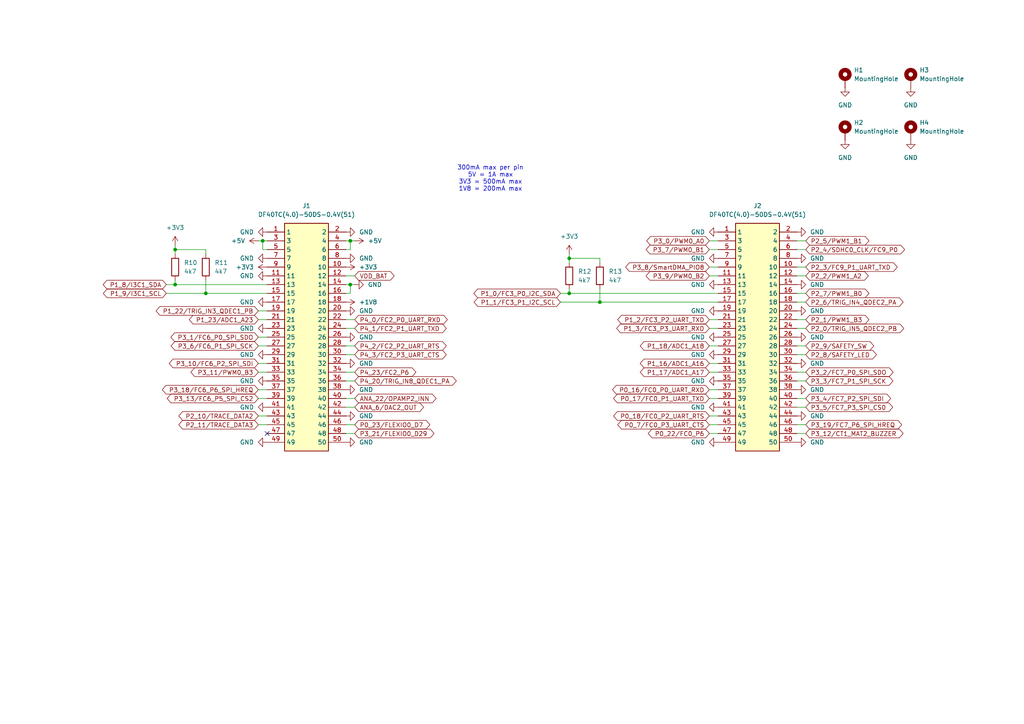
<source format=kicad_sch>
(kicad_sch (version 20250114) (generator "eeschema") (generator_version "9.0")
  (paper "A4")
  (title_block (title "MR-MCXN-T1-IO") (date "2025-10-13") (rev "X0") (company "NXP SEMICONDUCTORS B.V.") (comment 3 "DESIGNER: YOURI TILS") (comment 4 "CTO SYSTEM INNOVATIONS / MOBILE ROBOTICS DOMAIN"))
  (lib_symbols
    (symbol "Connectors:DF40TC(4.0)-50DS-0.4V(51)"
      (property "Reference" "J" (at 1.016 7.874 0))
      (property "Value" "DF40TC(4.0)-50DS-0.4V(51)" (at 1.016 5.334 0))
      (symbol "DF40TC(4.0)-50DS-0.4V(51)_1_1"
        (rectangle (start 5.08 2.54) (end 17.78 -63.5) (stroke (width 0.254)) (fill (type background)))
        (pin passive line (at 0 0 0) (length 5.08) (name "1") (number "1"))
        (pin passive line (at 0 -2.54 0) (length 5.08) (name "3") (number "3"))
        (pin passive line (at 0 -5.08 0) (length 5.08) (name "5") (number "5"))
        (pin passive line (at 0 -7.62 0) (length 5.08) (name "7") (number "7"))
        (pin passive line (at 0 -10.16 0) (length 5.08) (name "9") (number "9"))
        (pin passive line (at 0 -12.7 0) (length 5.08) (name "11") (number "11"))
        (pin passive line (at 0 -15.24 0) (length 5.08) (name "13") (number "13"))
        (pin passive line (at 0 -17.78 0) (length 5.08) (name "15") (number "15"))
        (pin passive line (at 0 -20.32 0) (length 5.08) (name "17") (number "17"))
        (pin passive line (at 0 -22.86 0) (length 5.08) (name "19") (number "19"))
        (pin passive line (at 0 -25.4 0) (length 5.08) (name "21") (number "21"))
        (pin passive line (at 0 -27.94 0) (length 5.08) (name "23") (number "23"))
        (pin passive line (at 0 -30.48 0) (length 5.08) (name "25") (number "25"))
        (pin passive line (at 0 -33.02 0) (length 5.08) (name "27") (number "27"))
        (pin passive line (at 0 -35.56 0) (length 5.08) (name "29") (number "29"))
        (pin passive line (at 0 -38.1 0) (length 5.08) (name "31") (number "31"))
        (pin passive line (at 0 -40.64 0) (length 5.08) (name "33") (number "33"))
        (pin passive line (at 0 -43.18 0) (length 5.08) (name "35") (number "35"))
        (pin passive line (at 0 -45.72 0) (length 5.08) (name "37") (number "37"))
        (pin passive line (at 0 -48.26 0) (length 5.08) (name "39") (number "39"))
        (pin passive line (at 0 -50.8 0) (length 5.08) (name "41") (number "41"))
        (pin passive line (at 0 -53.34 0) (length 5.08) (name "43") (number "43"))
        (pin passive line (at 0 -55.88 0) (length 5.08) (name "45") (number "45"))
        (pin passive line (at 0 -58.42 0) (length 5.08) (name "47") (number "47"))
        (pin passive line (at 0 -60.96 0) (length 5.08) (name "49") (number "49"))
        (pin passive line (at 22.86 0 180) (length 5.08) (name "2") (number "2"))
        (pin passive line (at 22.86 -2.54 180) (length 5.08) (name "4") (number "4"))
        (pin passive line (at 22.86 -5.08 180) (length 5.08) (name "6") (number "6"))
        (pin passive line (at 22.86 -7.62 180) (length 5.08) (name "8") (number "8"))
        (pin passive line (at 22.86 -10.16 180) (length 5.08) (name "10") (number "10"))
        (pin passive line (at 22.86 -12.7 180) (length 5.08) (name "12") (number "12"))
        (pin passive line (at 22.86 -15.24 180) (length 5.08) (name "14") (number "14"))
        (pin passive line (at 22.86 -17.78 180) (length 5.08) (name "16") (number "16"))
        (pin passive line (at 22.86 -20.32 180) (length 5.08) (name "18") (number "18"))
        (pin passive line (at 22.86 -22.86 180) (length 5.08) (name "20") (number "20"))
        (pin passive line (at 22.86 -25.4 180) (length 5.08) (name "22") (number "22"))
        (pin passive line (at 22.86 -27.94 180) (length 5.08) (name "24") (number "24"))
        (pin passive line (at 22.86 -30.48 180) (length 5.08) (name "26") (number "26"))
        (pin passive line (at 22.86 -33.02 180) (length 5.08) (name "28") (number "28"))
        (pin passive line (at 22.86 -35.56 180) (length 5.08) (name "30") (number "30"))
        (pin passive line (at 22.86 -38.1 180) (length 5.08) (name "32") (number "32"))
        (pin passive line (at 22.86 -40.64 180) (length 5.08) (name "34") (number "34"))
        (pin passive line (at 22.86 -43.18 180) (length 5.08) (name "36") (number "36"))
        (pin passive line (at 22.86 -45.72 180) (length 5.08) (name "38") (number "38"))
        (pin passive line (at 22.86 -48.26 180) (length 5.08) (name "40") (number "40"))
        (pin passive line (at 22.86 -50.8 180) (length 5.08) (name "42") (number "42"))
        (pin passive line (at 22.86 -53.34 180) (length 5.08) (name "44") (number "44"))
        (pin passive line (at 22.86 -55.88 180) (length 5.08) (name "46") (number "46"))
        (pin passive line (at 22.86 -58.42 180) (length 5.08) (name "48") (number "48"))
        (pin passive line (at 22.86 -60.96 180) (length 5.08) (name "50") (number "50"))
      )
    )
    (symbol "Device:R" (pin_numbers (hide yes)) (pin_names (offset 0))
      (property "Reference" "R" (at 2.032 0 90))
      (property "Value" "R" (at 0 0 90))
      (symbol "R_0_1"
        (rectangle (start -1.016 -2.54) (end 1.016 2.54) (stroke (width 0.254)))
      )
      (symbol "R_1_1"
        (pin passive line (at 0 3.81 270) (length 1.27) (name "~") (number "1"))
        (pin passive line (at 0 -3.81 90) (length 1.27) (name "~") (number "2"))
      )
    )
    (symbol "Mechanical:MountingHole_Pad" (pin_numbers (hide yes)) (pin_names (offset 1.016) (hide yes)) (exclude_from_sim yes) (in_bom no)
      (property "Reference" "H" (at 0 6.35 0))
      (property "Value" "MountingHole_Pad" (at 0 4.445 0))
      (symbol "MountingHole_Pad_0_1"
        (circle (center 0 1.27) (radius 1.27) (stroke (width 1.27)))
      )
      (symbol "MountingHole_Pad_1_1"
        (pin input line (at 0 -2.54 90) (length 2.54) (name "1") (number "1"))
      )
    )
    (symbol "power:+1V8" (power) (pin_numbers (hide yes)) (pin_names (offset 0) (hide yes))
      (property "Value" "+1V8" (at 0 3.556 0))
      (symbol "+1V8_0_1"
        (polyline (pts (xy -0.762 1.27) (xy 0 2.54)))
        (polyline (pts (xy 0 2.54) (xy 0.762 1.27)))
        (polyline (pts (xy 0 0) (xy 0 2.54)))
      )
      (symbol "+1V8_1_1"
        (pin power_in line (at 0 0 90) (length 0) (name "~") (number "1"))
      )
    )
    (symbol "power:+3V3" (power) (pin_numbers (hide yes)) (pin_names (offset 0) (hide yes))
      (property "Value" "+3V3" (at 0 3.556 0))
      (symbol "+3V3_0_1"
        (polyline (pts (xy -0.762 1.27) (xy 0 2.54)))
        (polyline (pts (xy 0 2.54) (xy 0.762 1.27)))
        (polyline (pts (xy 0 0) (xy 0 2.54)))
      )
      (symbol "+3V3_1_1"
        (pin power_in line (at 0 0 90) (length 0) (name "~") (number "1"))
      )
    )
    (symbol "power:+5V" (power) (pin_numbers (hide yes)) (pin_names (offset 0) (hide yes))
      (property "Value" "+5V" (at 0 3.556 0))
      (symbol "+5V_0_1"
        (polyline (pts (xy -0.762 1.27) (xy 0 2.54)))
        (polyline (pts (xy 0 2.54) (xy 0.762 1.27)))
        (polyline (pts (xy 0 0) (xy 0 2.54)))
      )
      (symbol "+5V_1_1"
        (pin power_in line (at 0 0 90) (length 0) (name "~") (number "1"))
      )
    )
    (symbol "power:GND" (power) (pin_numbers (hide yes)) (pin_names (offset 0) (hide yes))
      (property "Value" "GND" (at 0 -3.81 0))
      (symbol "GND_0_1"
        (polyline (pts (xy 0 0) (xy 0 -1.27) (xy 1.27 -1.27) (xy 0 -2.54) (xy -1.27 -1.27) (xy 0 -1.27)))
      )
      (symbol "GND_1_1"
        (pin power_in line (at 0 0 270) (length 0) (name "~") (number "1"))
      )
    )
  )
  (text "300mA max per pin\n5V = 1A max\n3V3 = 500mA max\n1V8 = 200mA max" (at 142.24 51.816 0) (effects (font (size 1.27 1.27))))
  (junction (at 101.6 82.55))
  (junction (at 165.1 74.93))
  (junction (at 59.69 85.09))
  (junction (at 101.6 69.85))
  (junction (at 165.1 85.09))
  (junction (at 173.99 87.63))
  (junction (at 50.8 82.55))
  (junction (at 50.8 72.39))
  (junction (at 76.2 69.85))
  (no_connect (at 77.47 125.73))
  (wire (pts (xy 74.93 123.19) (xy 77.47 123.19)))
  (wire (pts (xy 208.28 115.57) (xy 205.74 115.57)))
  (wire (pts (xy 233.68 92.71) (xy 231.14 92.71)))
  (wire (pts (xy 208.28 113.03) (xy 205.74 113.03)))
  (wire (pts (xy 59.69 72.39) (xy 59.69 73.66)))
  (wire (pts (xy 76.2 69.85) (xy 74.93 69.85)))
  (wire (pts (xy 101.6 82.55) (xy 100.33 82.55)))
  (wire (pts (xy 77.47 97.79) (xy 74.93 97.79)))
  (wire (pts (xy 233.68 110.49) (xy 231.14 110.49)))
  (wire (pts (xy 165.1 83.82) (xy 165.1 85.09)))
  (wire (pts (xy 102.87 100.33) (xy 100.33 100.33)))
  (wire (pts (xy 102.87 123.19) (xy 100.33 123.19)))
  (wire (pts (xy 208.28 85.09) (xy 165.1 85.09)))
  (wire (pts (xy 233.68 87.63) (xy 231.14 87.63)))
  (wire (pts (xy 208.28 120.65) (xy 205.74 120.65)))
  (wire (pts (xy 208.28 72.39) (xy 205.74 72.39)))
  (wire (pts (xy 233.68 72.39) (xy 231.14 72.39)))
  (wire (pts (xy 165.1 74.93) (xy 165.1 76.2)))
  (wire (pts (xy 59.69 81.28) (xy 59.69 85.09)))
  (wire (pts (xy 233.68 69.85) (xy 231.14 69.85)))
  (wire (pts (xy 77.47 100.33) (xy 74.93 100.33)))
  (wire (pts (xy 77.47 90.17) (xy 74.93 90.17)))
  (wire (pts (xy 102.87 125.73) (xy 100.33 125.73)))
  (wire (pts (xy 50.8 82.55) (xy 48.26 82.55)))
  (wire (pts (xy 208.28 69.85) (xy 205.74 69.85)))
  (wire (pts (xy 173.99 83.82) (xy 173.99 87.63)))
  (wire (pts (xy 173.99 74.93) (xy 173.99 76.2)))
  (wire (pts (xy 233.68 102.87) (xy 231.14 102.87)))
  (wire (pts (xy 208.28 123.19) (xy 205.74 123.19)))
  (wire (pts (xy 165.1 73.66) (xy 165.1 74.93)))
  (wire (pts (xy 101.6 85.09) (xy 100.33 85.09)))
  (wire (pts (xy 77.47 107.95) (xy 74.93 107.95)))
  (wire (pts (xy 77.47 115.57) (xy 74.93 115.57)))
  (wire (pts (xy 102.87 82.55) (xy 101.6 82.55)))
  (wire (pts (xy 50.8 81.28) (xy 50.8 82.55)))
  (wire (pts (xy 208.28 100.33) (xy 205.74 100.33)))
  (wire (pts (xy 208.28 125.73) (xy 205.74 125.73)))
  (wire (pts (xy 77.47 105.41) (xy 74.93 105.41)))
  (wire (pts (xy 101.6 69.85) (xy 100.33 69.85)))
  (wire (pts (xy 77.47 72.39) (xy 76.2 72.39)))
  (wire (pts (xy 77.47 85.09) (xy 59.69 85.09)))
  (wire (pts (xy 233.68 107.95) (xy 231.14 107.95)))
  (wire (pts (xy 233.68 125.73) (xy 231.14 125.73)))
  (wire (pts (xy 74.93 120.65) (xy 77.47 120.65)))
  (wire (pts (xy 102.87 92.71) (xy 100.33 92.71)))
  (wire (pts (xy 76.2 72.39) (xy 76.2 69.85)))
  (wire (pts (xy 233.68 100.33) (xy 231.14 100.33)))
  (wire (pts (xy 50.8 72.39) (xy 50.8 73.66)))
  (wire (pts (xy 102.87 102.87) (xy 100.33 102.87)))
  (wire (pts (xy 101.6 69.85) (xy 101.6 72.39)))
  (wire (pts (xy 102.87 69.85) (xy 101.6 69.85)))
  (wire (pts (xy 77.47 82.55) (xy 50.8 82.55)))
  (wire (pts (xy 165.1 74.93) (xy 173.99 74.93)))
  (wire (pts (xy 77.47 69.85) (xy 76.2 69.85)))
  (wire (pts (xy 208.28 92.71) (xy 205.74 92.71)))
  (wire (pts (xy 208.28 77.47) (xy 205.74 77.47)))
  (wire (pts (xy 101.6 82.55) (xy 101.6 85.09)))
  (wire (pts (xy 50.8 71.12) (xy 50.8 72.39)))
  (wire (pts (xy 233.68 80.01) (xy 231.14 80.01)))
  (wire (pts (xy 77.47 92.71) (xy 74.93 92.71)))
  (wire (pts (xy 102.87 110.49) (xy 100.33 110.49)))
  (wire (pts (xy 233.68 118.11) (xy 231.14 118.11)))
  (wire (pts (xy 208.28 95.25) (xy 205.74 95.25)))
  (wire (pts (xy 208.28 80.01) (xy 205.74 80.01)))
  (wire (pts (xy 208.28 107.95) (xy 205.74 107.95)))
  (wire (pts (xy 233.68 77.47) (xy 231.14 77.47)))
  (wire (pts (xy 102.87 95.25) (xy 100.33 95.25)))
  (wire (pts (xy 233.68 85.09) (xy 231.14 85.09)))
  (wire (pts (xy 208.28 87.63) (xy 173.99 87.63)))
  (wire (pts (xy 165.1 85.09) (xy 162.56 85.09)))
  (wire (pts (xy 77.47 113.03) (xy 74.93 113.03)))
  (wire (pts (xy 101.6 72.39) (xy 100.33 72.39)))
  (wire (pts (xy 233.68 95.25) (xy 231.14 95.25)))
  (wire (pts (xy 100.33 80.01) (xy 102.87 80.01)))
  (wire (pts (xy 59.69 85.09) (xy 48.26 85.09)))
  (wire (pts (xy 102.87 107.95) (xy 100.33 107.95)))
  (wire (pts (xy 173.99 87.63) (xy 162.56 87.63)))
  (wire (pts (xy 100.33 115.57) (xy 102.87 115.57)))
  (wire (pts (xy 50.8 72.39) (xy 59.69 72.39)))
  (wire (pts (xy 233.68 123.19) (xy 231.14 123.19)))
  (wire (pts (xy 208.28 105.41) (xy 205.74 105.41)))
  (wire (pts (xy 233.68 115.57) (xy 231.14 115.57)))
  (wire (pts (xy 102.87 118.11) (xy 100.33 118.11)))
  (global_label "P3_10{slash}FC6_P2_SPI_SDI" (shape bidirectional) (at 74.93 105.41 180) (property "Intersheetrefs" "${INTERSHEET_REFS}" (at 48.5179 105.41 0) (effects (justify right))))
  (global_label "P2_10{slash}TRACE_DATA2" (shape bidirectional) (at 74.93 120.65 180) (property "Intersheetrefs" "${INTERSHEET_REFS}" (at 51.2998 120.65 0) (effects (justify right))))
  (global_label "P3_8{slash}SmartDMA_PIO8" (shape bidirectional) (at 205.74 77.47 180) (property "Intersheetrefs" "${INTERSHEET_REFS}" (at 180.9003 77.47 0) (effects (justify right))))
  (global_label "P2_5{slash}PWM1_B1" (shape bidirectional) (at 233.68 69.85 0) (property "Intersheetrefs" "${INTERSHEET_REFS}" (at 252.593 69.85 0) (effects (justify left))))
  (global_label "P3_2{slash}FC7_P0_SPI_SDO" (shape bidirectional) (at 233.68 107.95 0) (property "Intersheetrefs" "${INTERSHEET_REFS}" (at 259.6083 107.95 0) (effects (justify left))))
  (global_label "P1_3{slash}FC3_P3_UART_RXD" (shape bidirectional) (at 205.74 95.25 180) (property "Intersheetrefs" "${INTERSHEET_REFS}" (at 178.2998 95.25 0) (effects (justify right))))
  (global_label "P3_6{slash}FC6_P1_SPI_SCK" (shape bidirectional) (at 74.93 100.33 180) (property "Intersheetrefs" "${INTERSHEET_REFS}" (at 49.0622 100.33 0) (effects (justify right))))
  (global_label "P3_9{slash}PWM0_B2" (shape bidirectional) (at 205.74 80.01 180) (property "Intersheetrefs" "${INTERSHEET_REFS}" (at 186.827 80.01 0) (effects (justify right))))
  (global_label "P4_23{slash}FC2_P6" (shape bidirectional) (at 102.87 107.95 0) (property "Intersheetrefs" "${INTERSHEET_REFS}" (at 121.1783 107.95 0) (effects (justify left))))
  (global_label "P2_2{slash}PWM1_A2" (shape bidirectional) (at 233.68 80.01 0) (property "Intersheetrefs" "${INTERSHEET_REFS}" (at 252.4116 80.01 0) (effects (justify left))))
  (global_label "P3_0{slash}PWM0_A0" (shape bidirectional) (at 205.74 69.85 180) (property "Intersheetrefs" "${INTERSHEET_REFS}" (at 187.0084 69.85 0) (effects (justify right))))
  (global_label "P3_1{slash}FC6_P0_SPI_SDO" (shape bidirectional) (at 74.93 97.79 180) (property "Intersheetrefs" "${INTERSHEET_REFS}" (at 49.0017 97.79 0) (effects (justify right))))
  (global_label "P3_13{slash}FC6_P5_SPI_CS2" (shape bidirectional) (at 74.93 115.57 180) (property "Intersheetrefs" "${INTERSHEET_REFS}" (at 47.9132 115.57 0) (effects (justify right))))
  (global_label "P3_12{slash}CT1_MAT2_BUZZER" (shape bidirectional) (at 233.68 125.73 0) (property "Intersheetrefs" "${INTERSHEET_REFS}" (at 262.511 125.73 0) (effects (justify left))))
  (global_label "P1_9{slash}I3C1_SCL" (shape bidirectional) (at 48.26 85.09 180) (property "Intersheetrefs" "${INTERSHEET_REFS}" (at 29.4074 85.09 0) (effects (justify right))))
  (global_label "P3_7{slash}PWM0_B1" (shape bidirectional) (at 205.74 72.39 180) (property "Intersheetrefs" "${INTERSHEET_REFS}" (at 186.827 72.39 0) (effects (justify right))))
  (global_label "P3_21{slash}FLEXIO0_D29" (shape bidirectional) (at 102.87 125.73 0) (property "Intersheetrefs" "${INTERSHEET_REFS}" (at 126.4397 125.73 0) (effects (justify left))))
  (global_label "P4_2{slash}FC2_P2_UART_RTS" (shape bidirectional) (at 102.87 100.33 0) (property "Intersheetrefs" "${INTERSHEET_REFS}" (at 130.0078 100.33 0) (effects (justify left))))
  (global_label "P4_3{slash}FC2_P3_UART_CTS" (shape bidirectional) (at 102.87 102.87 0) (property "Intersheetrefs" "${INTERSHEET_REFS}" (at 130.0078 102.87 0) (effects (justify left))))
  (global_label "P1_1{slash}FC3_P1_I2C_SCL" (shape bidirectional) (at 162.56 87.63 180) (property "Intersheetrefs" "${INTERSHEET_REFS}" (at 136.9341 87.63 0) (effects (justify right))))
  (global_label "P2_7{slash}PWM1_B0" (shape bidirectional) (at 233.68 85.09 0) (property "Intersheetrefs" "${INTERSHEET_REFS}" (at 252.593 85.09 0) (effects (justify left))))
  (global_label "P2_11{slash}TRACE_DATA3" (shape bidirectional) (at 74.93 123.19 180) (property "Intersheetrefs" "${INTERSHEET_REFS}" (at 51.2998 123.19 0) (effects (justify right))))
  (global_label "P1_2{slash}FC3_P2_UART_TXD" (shape bidirectional) (at 205.74 92.71 180) (property "Intersheetrefs" "${INTERSHEET_REFS}" (at 178.6022 92.71 0) (effects (justify right))))
  (global_label "VDD_BAT" (shape bidirectional) (at 102.87 80.01 0) (property "Intersheetrefs" "${INTERSHEET_REFS}" (at 114.8889 80.01 0) (effects (justify left))))
  (global_label "P4_0{slash}FC2_P0_UART_RXD" (shape bidirectional) (at 102.87 92.71 0) (property "Intersheetrefs" "${INTERSHEET_REFS}" (at 130.3102 92.71 0) (effects (justify left))))
  (global_label "P2_9{slash}SAFETY_SW" (shape bidirectional) (at 233.68 100.33 0) (property "Intersheetrefs" "${INTERSHEET_REFS}" (at 253.984 100.33 0) (effects (justify left))))
  (global_label "P2_6{slash}TRIG_IN4_QDEC2_PA" (shape bidirectional) (at 233.68 87.63 0) (property "Intersheetrefs" "${INTERSHEET_REFS}" (at 262.5112 87.63 0) (effects (justify left))))
  (global_label "P4_1{slash}FC2_P1_UART_TXD" (shape bidirectional) (at 102.87 95.25 0) (property "Intersheetrefs" "${INTERSHEET_REFS}" (at 130.0078 95.25 0) (effects (justify left))))
  (global_label "P3_3{slash}FC7_P1_SPI_SCK" (shape bidirectional) (at 233.68 110.49 0) (property "Intersheetrefs" "${INTERSHEET_REFS}" (at 259.5478 110.49 0) (effects (justify left))))
  (global_label "P1_22{slash}TRIG_IN3_QDEC1_PB" (shape bidirectional) (at 74.93 90.17 180) (property "Intersheetrefs" "${INTERSHEET_REFS}" (at 44.7079 90.17 0) (effects (justify right))))
  (global_label "P3_5{slash}FC7_P3_SPI_CS0" (shape bidirectional) (at 233.68 118.11 0) (property "Intersheetrefs" "${INTERSHEET_REFS}" (at 259.4873 118.11 0) (effects (justify left))))
  (global_label "P2_1{slash}PWM1_B3" (shape bidirectional) (at 233.68 92.71 0) (property "Intersheetrefs" "${INTERSHEET_REFS}" (at 252.593 92.71 0) (effects (justify left))))
  (global_label "P0_17{slash}FC0_P1_UART_TXD" (shape bidirectional) (at 205.74 115.57 180) (property "Intersheetrefs" "${INTERSHEET_REFS}" (at 177.3927 115.57 0) (effects (justify right))))
  (global_label "P0_16{slash}FC0_P0_UART_RXD" (shape bidirectional) (at 205.74 113.03 180) (property "Intersheetrefs" "${INTERSHEET_REFS}" (at 177.0903 113.03 0) (effects (justify right))))
  (global_label "P2_3{slash}FC9_P1_UART_TXD" (shape bidirectional) (at 233.68 77.47 0) (property "Intersheetrefs" "${INTERSHEET_REFS}" (at 260.8178 77.47 0) (effects (justify left))))
  (global_label "P0_7{slash}FC0_P3_UART_CTS" (shape bidirectional) (at 205.74 123.19 180) (property "Intersheetrefs" "${INTERSHEET_REFS}" (at 178.6022 123.19 0) (effects (justify right))))
  (global_label "P1_23{slash}ADC1_A23" (shape bidirectional) (at 74.93 92.71 180) (property "Intersheetrefs" "${INTERSHEET_REFS}" (at 54.3236 92.71 0) (effects (justify right))))
  (global_label "P1_0{slash}FC3_P0_I2C_SDA" (shape bidirectional) (at 162.56 85.09 180) (property "Intersheetrefs" "${INTERSHEET_REFS}" (at 136.8736 85.09 0) (effects (justify right))))
  (global_label "P3_18{slash}FC6_P6_SPI_HREQ" (shape bidirectional) (at 74.93 113.03 180) (property "Intersheetrefs" "${INTERSHEET_REFS}" (at 46.5222 113.03 0) (effects (justify right))))
  (global_label "P3_11{slash}PWM0_B3" (shape bidirectional) (at 74.93 107.95 180) (property "Intersheetrefs" "${INTERSHEET_REFS}" (at 54.8075 107.95 0) (effects (justify right))))
  (global_label "ANA_6{slash}DAC2_OUT" (shape bidirectional) (at 102.87 118.11 0) (property "Intersheetrefs" "${INTERSHEET_REFS}" (at 123.4161 118.11 0) (effects (justify left))))
  (global_label "P3_19{slash}FC7_P6_SPI_HREQ" (shape bidirectional) (at 233.68 123.19 0) (property "Intersheetrefs" "${INTERSHEET_REFS}" (at 262.0878 123.19 0) (effects (justify left))))
  (global_label "P0_18{slash}FC0_P2_UART_RTS" (shape bidirectional) (at 205.74 120.65 180) (property "Intersheetrefs" "${INTERSHEET_REFS}" (at 177.3927 120.65 0) (effects (justify right))))
  (global_label "P1_8{slash}I3C1_SDA" (shape bidirectional) (at 48.26 82.55 180) (property "Intersheetrefs" "${INTERSHEET_REFS}" (at 29.3469 82.55 0) (effects (justify right))))
  (global_label "P0_22{slash}FC0_P6" (shape bidirectional) (at 205.74 125.73 180) (property "Intersheetrefs" "${INTERSHEET_REFS}" (at 187.4317 125.73 0) (effects (justify right))))
  (global_label "P3_4{slash}FC7_P2_SPI_SDI" (shape bidirectional) (at 233.68 115.57 0) (property "Intersheetrefs" "${INTERSHEET_REFS}" (at 258.8826 115.57 0) (effects (justify left))))
  (global_label "P0_23{slash}FLEXIO0_D7" (shape bidirectional) (at 102.87 123.19 0) (property "Intersheetrefs" "${INTERSHEET_REFS}" (at 125.2302 123.19 0) (effects (justify left))))
  (global_label "P1_17{slash}ADC1_A17" (shape bidirectional) (at 205.74 107.95 180) (property "Intersheetrefs" "${INTERSHEET_REFS}" (at 185.1336 107.95 0) (effects (justify right))))
  (global_label "P1_18{slash}ADC1_A18" (shape bidirectional) (at 205.74 100.33 180) (property "Intersheetrefs" "${INTERSHEET_REFS}" (at 185.1336 100.33 0) (effects (justify right))))
  (global_label "P2_8{slash}SAFETY_LED" (shape bidirectional) (at 233.68 102.87 0) (property "Intersheetrefs" "${INTERSHEET_REFS}" (at 254.7702 102.87 0) (effects (justify left))))
  (global_label "P2_0{slash}TRIG_IN5_QDEC2_PB" (shape bidirectional) (at 233.68 95.25 0) (property "Intersheetrefs" "${INTERSHEET_REFS}" (at 262.6926 95.25 0) (effects (justify left))))
  (global_label "P4_20{slash}TRIG_IN8_QDEC1_PA" (shape bidirectional) (at 102.87 110.49 0) (property "Intersheetrefs" "${INTERSHEET_REFS}" (at 132.9107 110.49 0) (effects (justify left))))
  (global_label "P1_16{slash}ADC1_A16" (shape bidirectional) (at 205.74 105.41 180) (property "Intersheetrefs" "${INTERSHEET_REFS}" (at 185.1336 105.41 0) (effects (justify right))))
  (global_label "ANA_22{slash}OPAMP2_INN" (shape bidirectional) (at 102.87 115.57 0) (property "Intersheetrefs" "${INTERSHEET_REFS}" (at 127.0447 115.57 0) (effects (justify left))))
  (global_label "P2_4{slash}SDHC0_CLK{slash}FC9_P0" (shape bidirectional) (at 233.68 72.39 0) (property "Intersheetrefs" "${INTERSHEET_REFS}" (at 262.9345 72.39 0) (effects (justify left))))
  (symbol (lib_id "power:GND") (at 100.33 128.27 90) (mirror x) (unit 1)
    (property "Reference" "#PWR4" (effects (hide yes)))
    (property "Value" "GND" (at 104.14 128.2699 90) (effects (justify right)))
    (property "Description" "Power symbol creates a global label with name \"GND\" , ground" (effects (hide yes)))
  )
  (symbol (lib_id "power:GND") (at 231.14 67.31 90) (mirror x) (unit 1)
    (property "Reference" "#PWR24" (effects (hide yes)))
    (property "Value" "GND" (at 234.95 67.3099 90) (effects (justify right)))
    (property "Description" "Power symbol creates a global label with name \"GND\" , ground" (effects (hide yes)))
  )
  (symbol (lib_id "power:GND") (at 100.33 120.65 90) (mirror x) (unit 1)
    (property "Reference" "#PWR12" (effects (hide yes)))
    (property "Value" "GND" (at 104.14 120.6499 90) (effects (justify right)))
    (property "Description" "Power symbol creates a global label with name \"GND\" , ground" (effects (hide yes)))
  )
  (symbol (lib_id "power:+1V8") (at 100.33 87.63 270) (mirror x) (unit 1)
    (property "Reference" "#PWR7" (effects (hide yes)))
    (property "Value" "+1V8" (at 104.14 87.6299 90) (effects (justify left)))
    (property "Description" "Power symbol creates a global label with name \"+1V8\"" (effects (hide yes)))
  )
  (symbol (lib_id "Mechanical:MountingHole_Pad") (at 264.16 22.86 0) (unit 1) (exclude_from_sim yes) (in_bom no)
    (property "Reference" "H3" (at 266.7 20.3199 0) (effects (justify left)))
    (property "Value" "MountingHole" (at 266.7 22.8599 0) (effects (justify left)))
    (property "Footprint" "MountingHole:MountingHole_3.2mm_M3_DIN965_Pad" (effects (hide yes)))
    (property "Description" "Mounting Hole with connection" (effects (hide yes)))
  )
  (symbol (lib_id "power:GND") (at 77.47 102.87 270) (mirror x) (unit 1)
    (property "Reference" "#PWR18" (effects (hide yes)))
    (property "Value" "GND" (at 73.66 102.8699 90) (effects (justify right)))
    (property "Description" "Power symbol creates a global label with name \"GND\" , ground" (effects (hide yes)))
  )
  (symbol (lib_id "power:GND") (at 208.28 67.31 270) (mirror x) (unit 1)
    (property "Reference" "#PWR40" (effects (hide yes)))
    (property "Value" "GND" (at 204.47 67.3099 90) (effects (justify right)))
    (property "Description" "Power symbol creates a global label with name \"GND\" , ground" (effects (hide yes)))
  )
  (symbol (lib_id "Mechanical:MountingHole_Pad") (at 245.11 22.86 0) (unit 1) (exclude_from_sim yes) (in_bom no)
    (property "Reference" "H1" (at 247.65 20.3199 0) (effects (justify left)))
    (property "Value" "MountingHole" (at 247.65 22.8599 0) (effects (justify left)))
    (property "Footprint" "MountingHole:MountingHole_3.2mm_M3_DIN965_Pad" (effects (hide yes)))
    (property "Description" "Mounting Hole with connection" (effects (hide yes)))
  )
  (symbol (lib_id "power:GND") (at 102.87 82.55 90) (mirror x) (unit 1)
    (property "Reference" "#PWR3" (effects (hide yes)))
    (property "Value" "GND" (at 106.68 82.5499 90) (effects (justify right)))
    (property "Description" "Power symbol creates a global label with name \"GND\" , ground" (effects (hide yes)))
  )
  (symbol (lib_id "power:GND") (at 77.47 118.11 270) (mirror x) (unit 1)
    (property "Reference" "#PWR20" (effects (hide yes)))
    (property "Value" "GND" (at 73.66 118.1099 90) (effects (justify right)))
    (property "Description" "Power symbol creates a global label with name \"GND\" , ground" (effects (hide yes)))
  )
  (symbol (lib_id "power:GND") (at 264.16 40.64 0) (unit 1)
    (property "Reference" "#PWR45" (effects (hide yes)))
    (property "Value" "GND" (at 264.16 45.72 0))
    (property "Description" "Power symbol creates a global label with name \"GND\" , ground" (effects (hide yes)))
  )
  (symbol (lib_id "power:GND") (at 245.11 40.64 0) (unit 1)
    (property "Reference" "#PWR43" (effects (hide yes)))
    (property "Value" "GND" (at 245.11 45.72 0))
    (property "Description" "Power symbol creates a global label with name \"GND\" , ground" (effects (hide yes)))
  )
  (symbol (lib_id "power:GND") (at 231.14 74.93 90) (mirror x) (unit 1)
    (property "Reference" "#PWR26" (effects (hide yes)))
    (property "Value" "GND" (at 234.95 74.9299 90) (effects (justify right)))
    (property "Description" "Power symbol creates a global label with name \"GND\" , ground" (effects (hide yes)))
  )
  (symbol (lib_id "power:GND") (at 100.33 105.41 90) (mirror x) (unit 1)
    (property "Reference" "#PWR10" (effects (hide yes)))
    (property "Value" "GND" (at 104.14 105.4099 90) (effects (justify right)))
    (property "Description" "Power symbol creates a global label with name \"GND\" , ground" (effects (hide yes)))
  )
  (symbol (lib_id "power:GND") (at 100.33 67.31 90) (mirror x) (unit 1)
    (property "Reference" "#PWR1" (effects (hide yes)))
    (property "Value" "GND" (at 104.14 67.3099 90) (effects (justify right)))
    (property "Description" "Power symbol creates a global label with name \"GND\" , ground" (effects (hide yes)))
  )
  (symbol (lib_id "power:GND") (at 231.14 105.41 90) (mirror x) (unit 1)
    (property "Reference" "#PWR30" (effects (hide yes)))
    (property "Value" "GND" (at 234.95 105.4099 90) (effects (justify right)))
    (property "Description" "Power symbol creates a global label with name \"GND\" , ground" (effects (hide yes)))
  )
  (symbol (lib_id "power:+5V") (at 74.93 69.85 90) (mirror x) (unit 1)
    (property "Reference" "#PWR22" (effects (hide yes)))
    (property "Value" "+5V" (at 71.12 69.8499 90) (effects (justify left)))
    (property "Description" "Power symbol creates a global label with name \"+5V\"" (effects (hide yes)))
  )
  (symbol (lib_id "power:GND") (at 208.28 118.11 270) (mirror x) (unit 1)
    (property "Reference" "#PWR39" (effects (hide yes)))
    (property "Value" "GND" (at 204.47 118.1099 90) (effects (justify right)))
    (property "Description" "Power symbol creates a global label with name \"GND\" , ground" (effects (hide yes)))
  )
  (symbol (lib_id "power:+3V3") (at 100.33 77.47 270) (mirror x) (unit 1)
    (property "Reference" "#PWR6" (effects (hide yes)))
    (property "Value" "+3V3" (at 104.14 77.4699 90) (effects (justify left)))
    (property "Description" "Power symbol creates a global label with name \"+3V3\"" (effects (hide yes)))
  )
  (symbol (lib_id "Device:R") (at 50.8 77.47 0) (unit 1)
    (property "Reference" "R10" (at 53.34 76.1999 0) (effects (justify left)))
    (property "Value" "4k7" (at 53.34 78.7399 0) (effects (justify left)))
    (property "Footprint" "Resistor_SMD:R_0603_1608Metric" (effects (hide yes)))
    (property "Description" "Resistor" (effects (hide yes)))
    (property "DigiKey" "311-4.70KHRCT-ND" (effects (hide yes)))
    (property "MF" "YAGEO" (effects (hide yes)))
    (property "MFPN" "RC0603FR-074K7L" (effects (hide yes)))
  )
  (symbol (lib_id "power:GND") (at 77.47 67.31 270) (mirror x) (unit 1)
    (property "Reference" "#PWR21" (effects (hide yes)))
    (property "Value" "GND" (at 73.66 67.3099 90) (effects (justify right)))
    (property "Description" "Power symbol creates a global label with name \"GND\" , ground" (effects (hide yes)))
  )
  (symbol (lib_id "Device:R") (at 173.99 80.01 0) (unit 1)
    (property "Reference" "R13" (at 176.53 78.7399 0) (effects (justify left)))
    (property "Value" "4k7" (at 176.53 81.2799 0) (effects (justify left)))
    (property "Footprint" "Resistor_SMD:R_0603_1608Metric" (effects (hide yes)))
    (property "Description" "Resistor" (effects (hide yes)))
    (property "DigiKey" "311-4.70KHRCT-ND" (effects (hide yes)))
    (property "MF" "YAGEO" (effects (hide yes)))
    (property "MFPN" "RC0603FR-074K7L" (effects (hide yes)))
  )
  (symbol (lib_id "power:GND") (at 208.28 90.17 270) (mirror x) (unit 1)
    (property "Reference" "#PWR35" (effects (hide yes)))
    (property "Value" "GND" (at 204.47 90.1699 90) (effects (justify right)))
    (property "Description" "Power symbol creates a global label with name \"GND\" , ground" (effects (hide yes)))
  )
  (symbol (lib_id "power:GND") (at 231.14 97.79 90) (mirror x) (unit 1)
    (property "Reference" "#PWR29" (effects (hide yes)))
    (property "Value" "GND" (at 234.95 97.7899 90) (effects (justify right)))
    (property "Description" "Power symbol creates a global label with name \"GND\" , ground" (effects (hide yes)))
  )
  (symbol (lib_id "power:GND") (at 245.11 25.4 0) (unit 1)
    (property "Reference" "#PWR42" (effects (hide yes)))
    (property "Value" "GND" (at 245.11 30.48 0))
    (property "Description" "Power symbol creates a global label with name \"GND\" , ground" (effects (hide yes)))
  )
  (symbol (lib_id "power:GND") (at 100.33 90.17 90) (mirror x) (unit 1)
    (property "Reference" "#PWR8" (effects (hide yes)))
    (property "Value" "GND" (at 104.14 90.1699 90) (effects (justify right)))
    (property "Description" "Power symbol creates a global label with name \"GND\" , ground" (effects (hide yes)))
  )
  (symbol (lib_id "power:GND") (at 100.33 74.93 90) (mirror x) (unit 1)
    (property "Reference" "#PWR5" (effects (hide yes)))
    (property "Value" "GND" (at 104.14 74.9299 90) (effects (justify right)))
    (property "Description" "Power symbol creates a global label with name \"GND\" , ground" (effects (hide yes)))
  )
  (symbol (lib_id "power:+5V") (at 102.87 69.85 270) (mirror x) (unit 1)
    (property "Reference" "#PWR2" (effects (hide yes)))
    (property "Value" "+5V" (at 106.68 69.8499 90) (effects (justify left)))
    (property "Description" "Power symbol creates a global label with name \"+5V\"" (effects (hide yes)))
  )
  (symbol (lib_id "power:GND") (at 208.28 82.55 270) (mirror x) (unit 1)
    (property "Reference" "#PWR34" (effects (hide yes)))
    (property "Value" "GND" (at 204.47 82.5499 90) (effects (justify right)))
    (property "Description" "Power symbol creates a global label with name \"GND\" , ground" (effects (hide yes)))
  )
  (symbol (lib_id "power:GND") (at 208.28 74.93 270) (mirror x) (unit 1)
    (property "Reference" "#PWR33" (effects (hide yes)))
    (property "Value" "GND" (at 204.47 74.9299 90) (effects (justify right)))
    (property "Description" "Power symbol creates a global label with name \"GND\" , ground" (effects (hide yes)))
  )
  (symbol (lib_id "power:GND") (at 77.47 80.01 270) (mirror x) (unit 1)
    (property "Reference" "#PWR15" (effects (hide yes)))
    (property "Value" "GND" (at 73.66 80.0099 90) (effects (justify right)))
    (property "Description" "Power symbol creates a global label with name \"GND\" , ground" (effects (hide yes)))
  )
  (symbol (lib_id "power:GND") (at 208.28 128.27 270) (mirror x) (unit 1)
    (property "Reference" "#PWR41" (effects (hide yes)))
    (property "Value" "GND" (at 204.47 128.2699 90) (effects (justify right)))
    (property "Description" "Power symbol creates a global label with name \"GND\" , ground" (effects (hide yes)))
  )
  (symbol (lib_id "Device:R") (at 59.69 77.47 0) (unit 1)
    (property "Reference" "R11" (at 62.23 76.1999 0) (effects (justify left)))
    (property "Value" "4k7" (at 62.23 78.7399 0) (effects (justify left)))
    (property "Footprint" "Resistor_SMD:R_0603_1608Metric" (effects (hide yes)))
    (property "Description" "Resistor" (effects (hide yes)))
    (property "DigiKey" "311-4.70KHRCT-ND" (effects (hide yes)))
    (property "MF" "YAGEO" (effects (hide yes)))
    (property "MFPN" "RC0603FR-074K7L" (effects (hide yes)))
  )
  (symbol (lib_id "power:GND") (at 100.33 97.79 90) (mirror x) (unit 1)
    (property "Reference" "#PWR9" (effects (hide yes)))
    (property "Value" "GND" (at 104.14 97.7899 90) (effects (justify right)))
    (property "Description" "Power symbol creates a global label with name \"GND\" , ground" (effects (hide yes)))
  )
  (symbol (lib_id "power:GND") (at 208.28 97.79 270) (mirror x) (unit 1)
    (property "Reference" "#PWR36" (effects (hide yes)))
    (property "Value" "GND" (at 204.47 97.7899 90) (effects (justify right)))
    (property "Description" "Power symbol creates a global label with name \"GND\" , ground" (effects (hide yes)))
  )
  (symbol (lib_id "power:GND") (at 231.14 82.55 90) (mirror x) (unit 1)
    (property "Reference" "#PWR27" (effects (hide yes)))
    (property "Value" "GND" (at 234.95 82.5499 90) (effects (justify right)))
    (property "Description" "Power symbol creates a global label with name \"GND\" , ground" (effects (hide yes)))
  )
  (symbol (lib_id "power:+3V3") (at 50.8 71.12 0) (mirror y) (unit 1)
    (property "Reference" "#PWR065" (effects (hide yes)))
    (property "Value" "+3V3" (at 50.8 66.04 0))
    (property "Description" "Power symbol creates a global label with name \"+3V3\"" (effects (hide yes)))
  )
  (symbol (lib_id "power:GND") (at 77.47 74.93 270) (mirror x) (unit 1)
    (property "Reference" "#PWR13" (effects (hide yes)))
    (property "Value" "GND" (at 73.66 74.9299 90) (effects (justify right)))
    (property "Description" "Power symbol creates a global label with name \"GND\" , ground" (effects (hide yes)))
  )
  (symbol (lib_id "power:GND") (at 77.47 95.25 270) (mirror x) (unit 1)
    (property "Reference" "#PWR17" (effects (hide yes)))
    (property "Value" "GND" (at 73.66 95.2499 90) (effects (justify right)))
    (property "Description" "Power symbol creates a global label with name \"GND\" , ground" (effects (hide yes)))
  )
  (symbol (lib_id "power:GND") (at 77.47 87.63 270) (mirror x) (unit 1)
    (property "Reference" "#PWR16" (effects (hide yes)))
    (property "Value" "GND" (at 73.66 87.6299 90) (effects (justify right)))
    (property "Description" "Power symbol creates a global label with name \"GND\" , ground" (effects (hide yes)))
  )
  (symbol (lib_id "power:GND") (at 264.16 25.4 0) (unit 1)
    (property "Reference" "#PWR44" (effects (hide yes)))
    (property "Value" "GND" (at 264.16 30.48 0))
    (property "Description" "Power symbol creates a global label with name \"GND\" , ground" (effects (hide yes)))
  )
  (symbol (lib_id "power:+3V3") (at 77.47 77.47 90) (mirror x) (unit 1)
    (property "Reference" "#PWR14" (effects (hide yes)))
    (property "Value" "+3V3" (at 73.66 77.4699 90) (effects (justify left)))
    (property "Description" "Power symbol creates a global label with name \"+3V3\"" (effects (hide yes)))
  )
  (symbol (lib_id "power:GND") (at 231.14 90.17 90) (mirror x) (unit 1)
    (property "Reference" "#PWR28" (effects (hide yes)))
    (property "Value" "GND" (at 234.95 90.1699 90) (effects (justify right)))
    (property "Description" "Power symbol creates a global label with name \"GND\" , ground" (effects (hide yes)))
  )
  (symbol (lib_id "power:GND") (at 77.47 110.49 270) (mirror x) (unit 1)
    (property "Reference" "#PWR19" (effects (hide yes)))
    (property "Value" "GND" (at 73.66 110.4899 90) (effects (justify right)))
    (property "Description" "Power symbol creates a global label with name \"GND\" , ground" (effects (hide yes)))
  )
  (symbol (lib_id "Connectors:DF40TC(4.0)-50DS-0.4V(51)") (at 208.28 67.31 0) (unit 1)
    (property "Reference" "J2" (at 219.71 59.69 0))
    (property "Value" "DF40TC(4.0)-50DS-0.4V(51)" (at 219.71 62.23 0))
    (property "Footprint" "Connectors:DF40TC(4.0)-50DS-0.4V(51)" (effects (hide yes)))
    (property "Datasheet" "https://www.hirose.com/en/product/document?clcode=CL0684-4249-0-51&productname=DF40TC-50DS-0.4V(51)&series=DF40T&documenttype=2DDrawing&lang=en&documentid=0001372703" (effects (hide yes)))
    (property "Description" "Board to Board & Mezzanine Connectors" (effects (hide yes)))
    (property "MF" "Hirose" (effects (hide yes)))
    (property "MFPN" "DF40TC(4.0)-50DS-0.4V(51)" (effects (hide yes)))
    (property "DigiKey" "26-DF40TC(4.0)-50DS-0.4V(51)CT-ND" (effects (hide yes)))
  )
  (symbol (lib_id "Device:R") (at 165.1 80.01 0) (unit 1)
    (property "Reference" "R12" (at 167.64 78.7399 0) (effects (justify left)))
    (property "Value" "4k7" (at 167.64 81.2799 0) (effects (justify left)))
    (property "Footprint" "Resistor_SMD:R_0603_1608Metric" (effects (hide yes)))
    (property "Description" "Resistor" (effects (hide yes)))
    (property "DigiKey" "311-4.70KHRCT-ND" (effects (hide yes)))
    (property "MF" "YAGEO" (effects (hide yes)))
    (property "MFPN" "RC0603FR-074K7L" (effects (hide yes)))
  )
  (symbol (lib_id "power:GND") (at 231.14 128.27 90) (mirror x) (unit 1)
    (property "Reference" "#PWR25" (effects (hide yes)))
    (property "Value" "GND" (at 234.95 128.2699 90) (effects (justify right)))
    (property "Description" "Power symbol creates a global label with name \"GND\" , ground" (effects (hide yes)))
  )
  (symbol (lib_id "power:+3V3") (at 165.1 73.66 0) (mirror y) (unit 1)
    (property "Reference" "#PWR072" (effects (hide yes)))
    (property "Value" "+3V3" (at 165.1 68.58 0))
    (property "Description" "Power symbol creates a global label with name \"+3V3\"" (effects (hide yes)))
  )
  (symbol (lib_id "Mechanical:MountingHole_Pad") (at 245.11 38.1 0) (unit 1) (exclude_from_sim yes) (in_bom no)
    (property "Reference" "H2" (at 247.65 35.5599 0) (effects (justify left)))
    (property "Value" "MountingHole" (at 247.65 38.0999 0) (effects (justify left)))
    (property "Footprint" "MountingHole:MountingHole_3.2mm_M3_DIN965_Pad" (effects (hide yes)))
    (property "Description" "Mounting Hole with connection" (effects (hide yes)))
  )
  (symbol (lib_id "power:GND") (at 208.28 102.87 270) (mirror x) (unit 1)
    (property "Reference" "#PWR37" (effects (hide yes)))
    (property "Value" "GND" (at 204.47 102.8699 90) (effects (justify right)))
    (property "Description" "Power symbol creates a global label with name \"GND\" , ground" (effects (hide yes)))
  )
  (symbol (lib_id "power:GND") (at 77.47 128.27 270) (mirror x) (unit 1)
    (property "Reference" "#PWR23" (effects (hide yes)))
    (property "Value" "GND" (at 73.66 128.2699 90) (effects (justify right)))
    (property "Description" "Power symbol creates a global label with name \"GND\" , ground" (effects (hide yes)))
  )
  (symbol (lib_id "power:GND") (at 100.33 113.03 90) (mirror x) (unit 1)
    (property "Reference" "#PWR11" (effects (hide yes)))
    (property "Value" "GND" (at 104.14 113.0299 90) (effects (justify right)))
    (property "Description" "Power symbol creates a global label with name \"GND\" , ground" (effects (hide yes)))
  )
  (symbol (lib_id "power:GND") (at 208.28 110.49 270) (mirror x) (unit 1)
    (property "Reference" "#PWR38" (effects (hide yes)))
    (property "Value" "GND" (at 204.47 110.4899 90) (effects (justify right)))
    (property "Description" "Power symbol creates a global label with name \"GND\" , ground" (effects (hide yes)))
  )
  (symbol (lib_id "power:GND") (at 231.14 120.65 90) (mirror x) (unit 1)
    (property "Reference" "#PWR32" (effects (hide yes)))
    (property "Value" "GND" (at 234.95 120.6499 90) (effects (justify right)))
    (property "Description" "Power symbol creates a global label with name \"GND\" , ground" (effects (hide yes)))
  )
  (symbol (lib_id "power:GND") (at 231.14 113.03 90) (mirror x) (unit 1)
    (property "Reference" "#PWR31" (effects (hide yes)))
    (property "Value" "GND" (at 234.95 113.0299 90) (effects (justify right)))
    (property "Description" "Power symbol creates a global label with name \"GND\" , ground" (effects (hide yes)))
  )
  (symbol (lib_id "Mechanical:MountingHole_Pad") (at 264.16 38.1 0) (unit 1) (exclude_from_sim yes) (in_bom no)
    (property "Reference" "H4" (at 266.7 35.5599 0) (effects (justify left)))
    (property "Value" "MountingHole" (at 266.7 38.0999 0) (effects (justify left)))
    (property "Footprint" "MountingHole:MountingHole_3.2mm_M3_DIN965_Pad" (effects (hide yes)))
    (property "Description" "Mounting Hole with connection" (effects (hide yes)))
  )
  (symbol (lib_id "Connectors:DF40TC(4.0)-50DS-0.4V(51)") (at 77.47 67.31 0) (unit 1)
    (property "Reference" "J1" (at 88.9 59.69 0))
    (property "Value" "DF40TC(4.0)-50DS-0.4V(51)" (at 88.9 62.23 0))
    (property "Footprint" "Connectors:DF40TC(4.0)-50DS-0.4V(51)" (effects (hide yes)))
    (property "Datasheet" "https://www.hirose.com/en/product/document?clcode=CL0684-4249-0-51&productname=DF40TC-50DS-0.4V(51)&series=DF40T&documenttype=2DDrawing&lang=en&documentid=0001372703" (effects (hide yes)))
    (property "Description" "Board to Board & Mezzanine Connectors" (effects (hide yes)))
    (property "MF" "Hirose" (effects (hide yes)))
    (property "MFPN" "DF40TC(4.0)-50DS-0.4V(51)" (effects (hide yes)))
    (property "DigiKey" "26-DF40TC(4.0)-50DS-0.4V(51)CT-ND" (effects (hide yes)))
  )
)
</source>
